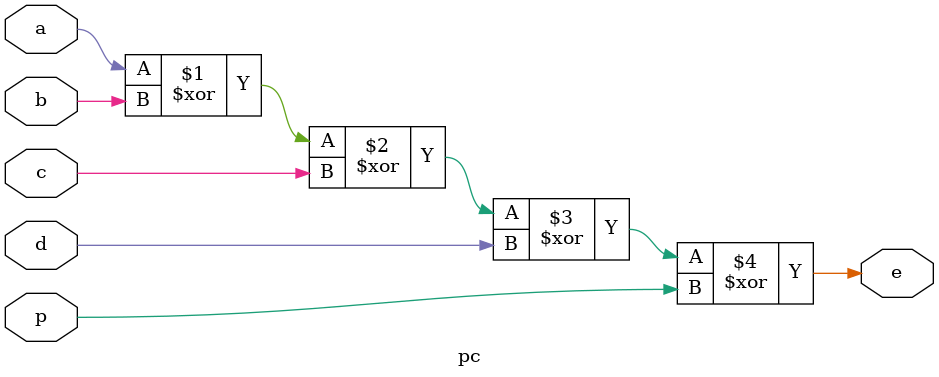
<source format=v>
`timescale 1ns / 1ps

module pc(
    input a, b, c, d, p,
    output e
    );

    assign e = a^b^c^d^p;

endmodule
</source>
